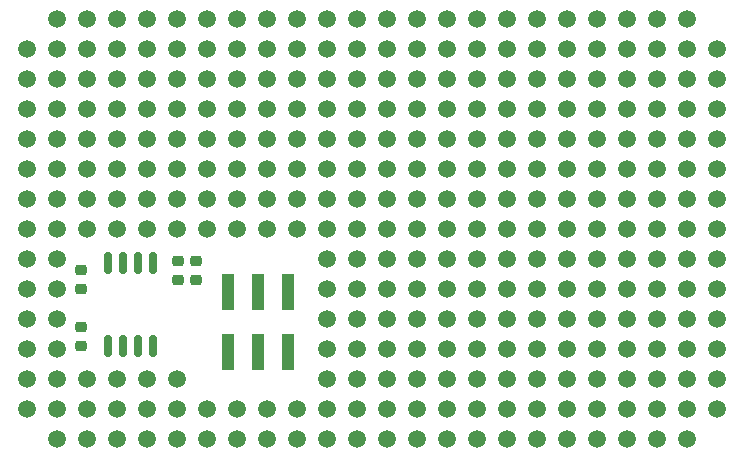
<source format=gbr>
%TF.GenerationSoftware,KiCad,Pcbnew,8.0.7*%
%TF.CreationDate,2025-01-17T21:34:44+01:00*%
%TF.ProjectId,SAO_HelloMyNameIs,53414f5f-4865-46c6-9c6f-4d794e616d65,rev?*%
%TF.SameCoordinates,Original*%
%TF.FileFunction,Soldermask,Bot*%
%TF.FilePolarity,Negative*%
%FSLAX46Y46*%
G04 Gerber Fmt 4.6, Leading zero omitted, Abs format (unit mm)*
G04 Created by KiCad (PCBNEW 8.0.7) date 2025-01-17 21:34:44*
%MOMM*%
%LPD*%
G01*
G04 APERTURE LIST*
G04 Aperture macros list*
%AMRoundRect*
0 Rectangle with rounded corners*
0 $1 Rounding radius*
0 $2 $3 $4 $5 $6 $7 $8 $9 X,Y pos of 4 corners*
0 Add a 4 corners polygon primitive as box body*
4,1,4,$2,$3,$4,$5,$6,$7,$8,$9,$2,$3,0*
0 Add four circle primitives for the rounded corners*
1,1,$1+$1,$2,$3*
1,1,$1+$1,$4,$5*
1,1,$1+$1,$6,$7*
1,1,$1+$1,$8,$9*
0 Add four rect primitives between the rounded corners*
20,1,$1+$1,$2,$3,$4,$5,0*
20,1,$1+$1,$4,$5,$6,$7,0*
20,1,$1+$1,$6,$7,$8,$9,0*
20,1,$1+$1,$8,$9,$2,$3,0*%
G04 Aperture macros list end*
%ADD10C,1.500000*%
%ADD11RoundRect,0.225000X-0.250000X0.225000X-0.250000X-0.225000X0.250000X-0.225000X0.250000X0.225000X0*%
%ADD12RoundRect,0.150000X0.150000X-0.800000X0.150000X0.800000X-0.150000X0.800000X-0.150000X-0.800000X0*%
%ADD13R,1.000000X3.150000*%
G04 APERTURE END LIST*
D10*
%TO.C,REF\u002A\u002A190*%
X103251000Y-99822000D03*
%TD*%
%TO.C,REF\u002A\u002A336*%
X138811000Y-82042000D03*
%TD*%
%TO.C,REF\u002A\u002A337*%
X141351000Y-82042000D03*
%TD*%
%TO.C,REF\u002A\u002A335*%
X136271000Y-82042000D03*
%TD*%
%TO.C,REF\u002A\u002A334*%
X133731000Y-82042000D03*
%TD*%
%TO.C,REF\u002A\u002A333*%
X131191000Y-82042000D03*
%TD*%
%TO.C,REF\u002A\u002A332*%
X128651000Y-82042000D03*
%TD*%
%TO.C,REF\u002A\u002A340*%
X148971000Y-82042000D03*
%TD*%
%TO.C,REF\u002A\u002A339*%
X146431000Y-82042000D03*
%TD*%
%TO.C,REF\u002A\u002A338*%
X143891000Y-82042000D03*
%TD*%
%TO.C,REF\u002A\u002A317*%
X126111000Y-82042000D03*
%TD*%
%TO.C,REF\u002A\u002A331*%
X90551000Y-82042000D03*
%TD*%
%TO.C,REF\u002A\u002A330*%
X93091000Y-82042000D03*
%TD*%
%TO.C,REF\u002A\u002A328*%
X98171000Y-82042000D03*
%TD*%
%TO.C,REF\u002A\u002A324*%
X108331000Y-82042000D03*
%TD*%
%TO.C,REF\u002A\u002A325*%
X105791000Y-82042000D03*
%TD*%
%TO.C,REF\u002A\u002A326*%
X103251000Y-82042000D03*
%TD*%
%TO.C,REF\u002A\u002A320*%
X118491000Y-82042000D03*
%TD*%
%TO.C,REF\u002A\u002A318*%
X123571000Y-82042000D03*
%TD*%
%TO.C,REF\u002A\u002A329*%
X95631000Y-82042000D03*
%TD*%
%TO.C,REF\u002A\u002A321*%
X115951000Y-82042000D03*
%TD*%
%TO.C,REF\u002A\u002A323*%
X110871000Y-82042000D03*
%TD*%
%TO.C,REF\u002A\u002A319*%
X121031000Y-82042000D03*
%TD*%
%TO.C,REF\u002A\u002A322*%
X113411000Y-82042000D03*
%TD*%
%TO.C,REF\u002A\u002A327*%
X100711000Y-82042000D03*
%TD*%
%TO.C,REF\u002A\u002A312*%
X138811000Y-79502000D03*
%TD*%
%TO.C,REF\u002A\u002A313*%
X141351000Y-79502000D03*
%TD*%
%TO.C,REF\u002A\u002A311*%
X136271000Y-79502000D03*
%TD*%
%TO.C,REF\u002A\u002A310*%
X133731000Y-79502000D03*
%TD*%
%TO.C,REF\u002A\u002A309*%
X131191000Y-79502000D03*
%TD*%
%TO.C,REF\u002A\u002A308*%
X128651000Y-79502000D03*
%TD*%
%TO.C,REF\u002A\u002A316*%
X148971000Y-79502000D03*
%TD*%
%TO.C,REF\u002A\u002A315*%
X146431000Y-79502000D03*
%TD*%
%TO.C,REF\u002A\u002A314*%
X143891000Y-79502000D03*
%TD*%
%TO.C,REF\u002A\u002A293*%
X126111000Y-79502000D03*
%TD*%
%TO.C,REF\u002A\u002A307*%
X90551000Y-79502000D03*
%TD*%
%TO.C,REF\u002A\u002A306*%
X93091000Y-79502000D03*
%TD*%
%TO.C,REF\u002A\u002A304*%
X98171000Y-79502000D03*
%TD*%
%TO.C,REF\u002A\u002A300*%
X108331000Y-79502000D03*
%TD*%
%TO.C,REF\u002A\u002A301*%
X105791000Y-79502000D03*
%TD*%
%TO.C,REF\u002A\u002A302*%
X103251000Y-79502000D03*
%TD*%
%TO.C,REF\u002A\u002A296*%
X118491000Y-79502000D03*
%TD*%
%TO.C,REF\u002A\u002A294*%
X123571000Y-79502000D03*
%TD*%
%TO.C,REF\u002A\u002A305*%
X95631000Y-79502000D03*
%TD*%
%TO.C,REF\u002A\u002A297*%
X115951000Y-79502000D03*
%TD*%
%TO.C,REF\u002A\u002A299*%
X110871000Y-79502000D03*
%TD*%
%TO.C,REF\u002A\u002A295*%
X121031000Y-79502000D03*
%TD*%
%TO.C,REF\u002A\u002A298*%
X113411000Y-79502000D03*
%TD*%
%TO.C,REF\u002A\u002A303*%
X100711000Y-79502000D03*
%TD*%
%TO.C,REF\u002A\u002A288*%
X138811000Y-76962000D03*
%TD*%
%TO.C,REF\u002A\u002A289*%
X141351000Y-76962000D03*
%TD*%
%TO.C,REF\u002A\u002A287*%
X136271000Y-76962000D03*
%TD*%
%TO.C,REF\u002A\u002A286*%
X133731000Y-76962000D03*
%TD*%
%TO.C,REF\u002A\u002A285*%
X131191000Y-76962000D03*
%TD*%
%TO.C,REF\u002A\u002A284*%
X128651000Y-76962000D03*
%TD*%
%TO.C,REF\u002A\u002A292*%
X148971000Y-76962000D03*
%TD*%
%TO.C,REF\u002A\u002A291*%
X146431000Y-76962000D03*
%TD*%
%TO.C,REF\u002A\u002A290*%
X143891000Y-76962000D03*
%TD*%
%TO.C,REF\u002A\u002A269*%
X126111000Y-76962000D03*
%TD*%
%TO.C,REF\u002A\u002A283*%
X90551000Y-76962000D03*
%TD*%
%TO.C,REF\u002A\u002A282*%
X93091000Y-76962000D03*
%TD*%
%TO.C,REF\u002A\u002A280*%
X98171000Y-76962000D03*
%TD*%
%TO.C,REF\u002A\u002A276*%
X108331000Y-76962000D03*
%TD*%
%TO.C,REF\u002A\u002A277*%
X105791000Y-76962000D03*
%TD*%
%TO.C,REF\u002A\u002A278*%
X103251000Y-76962000D03*
%TD*%
%TO.C,REF\u002A\u002A272*%
X118491000Y-76962000D03*
%TD*%
%TO.C,REF\u002A\u002A270*%
X123571000Y-76962000D03*
%TD*%
%TO.C,REF\u002A\u002A281*%
X95631000Y-76962000D03*
%TD*%
%TO.C,REF\u002A\u002A273*%
X115951000Y-76962000D03*
%TD*%
%TO.C,REF\u002A\u002A275*%
X110871000Y-76962000D03*
%TD*%
%TO.C,REF\u002A\u002A271*%
X121031000Y-76962000D03*
%TD*%
%TO.C,REF\u002A\u002A274*%
X113411000Y-76962000D03*
%TD*%
%TO.C,REF\u002A\u002A279*%
X100711000Y-76962000D03*
%TD*%
%TO.C,REF\u002A\u002A264*%
X138811000Y-74422000D03*
%TD*%
%TO.C,REF\u002A\u002A265*%
X141351000Y-74422000D03*
%TD*%
%TO.C,REF\u002A\u002A263*%
X136271000Y-74422000D03*
%TD*%
%TO.C,REF\u002A\u002A262*%
X133731000Y-74422000D03*
%TD*%
%TO.C,REF\u002A\u002A261*%
X131191000Y-74422000D03*
%TD*%
%TO.C,REF\u002A\u002A260*%
X128651000Y-74422000D03*
%TD*%
%TO.C,REF\u002A\u002A268*%
X148971000Y-74422000D03*
%TD*%
%TO.C,REF\u002A\u002A267*%
X146431000Y-74422000D03*
%TD*%
%TO.C,REF\u002A\u002A266*%
X143891000Y-74422000D03*
%TD*%
%TO.C,REF\u002A\u002A203*%
X126111000Y-74422000D03*
%TD*%
%TO.C,REF\u002A\u002A259*%
X90551000Y-74422000D03*
%TD*%
%TO.C,REF\u002A\u002A258*%
X93091000Y-74422000D03*
%TD*%
%TO.C,REF\u002A\u002A238*%
X98171000Y-74422000D03*
%TD*%
%TO.C,REF\u002A\u002A234*%
X108331000Y-74422000D03*
%TD*%
%TO.C,REF\u002A\u002A235*%
X105791000Y-74422000D03*
%TD*%
%TO.C,REF\u002A\u002A236*%
X103251000Y-74422000D03*
%TD*%
%TO.C,REF\u002A\u002A206*%
X118491000Y-74422000D03*
%TD*%
%TO.C,REF\u002A\u002A204*%
X123571000Y-74422000D03*
%TD*%
%TO.C,REF\u002A\u002A239*%
X95631000Y-74422000D03*
%TD*%
%TO.C,REF\u002A\u002A207*%
X115951000Y-74422000D03*
%TD*%
%TO.C,REF\u002A\u002A209*%
X110871000Y-74422000D03*
%TD*%
%TO.C,REF\u002A\u002A205*%
X121031000Y-74422000D03*
%TD*%
%TO.C,REF\u002A\u002A208*%
X113411000Y-74422000D03*
%TD*%
%TO.C,REF\u002A\u002A237*%
X100711000Y-74422000D03*
%TD*%
%TO.C,REF\u002A\u002A179*%
X138811000Y-71882000D03*
%TD*%
%TO.C,REF\u002A\u002A199*%
X141351000Y-71882000D03*
%TD*%
%TO.C,REF\u002A\u002A178*%
X136271000Y-71882000D03*
%TD*%
%TO.C,REF\u002A\u002A177*%
X133731000Y-71882000D03*
%TD*%
%TO.C,REF\u002A\u002A176*%
X131191000Y-71882000D03*
%TD*%
%TO.C,REF\u002A\u002A175*%
X128651000Y-71882000D03*
%TD*%
%TO.C,REF\u002A\u002A202*%
X148971000Y-71882000D03*
%TD*%
%TO.C,REF\u002A\u002A201*%
X146431000Y-71882000D03*
%TD*%
%TO.C,REF\u002A\u002A200*%
X143891000Y-71882000D03*
%TD*%
%TO.C,REF\u002A\u002A144*%
X126111000Y-71882000D03*
%TD*%
%TO.C,REF\u002A\u002A174*%
X90551000Y-71882000D03*
%TD*%
%TO.C,REF\u002A\u002A173*%
X93091000Y-71882000D03*
%TD*%
%TO.C,REF\u002A\u002A171*%
X98171000Y-71882000D03*
%TD*%
%TO.C,REF\u002A\u002A167*%
X108331000Y-71882000D03*
%TD*%
%TO.C,REF\u002A\u002A168*%
X105791000Y-71882000D03*
%TD*%
%TO.C,REF\u002A\u002A169*%
X103251000Y-71882000D03*
%TD*%
%TO.C,REF\u002A\u002A147*%
X118491000Y-71882000D03*
%TD*%
%TO.C,REF\u002A\u002A145*%
X123571000Y-71882000D03*
%TD*%
%TO.C,REF\u002A\u002A172*%
X95631000Y-71882000D03*
%TD*%
%TO.C,REF\u002A\u002A148*%
X115951000Y-71882000D03*
%TD*%
%TO.C,REF\u002A\u002A166*%
X110871000Y-71882000D03*
%TD*%
%TO.C,REF\u002A\u002A146*%
X121031000Y-71882000D03*
%TD*%
%TO.C,REF\u002A\u002A149*%
X113411000Y-71882000D03*
%TD*%
%TO.C,REF\u002A\u002A170*%
X100711000Y-71882000D03*
%TD*%
%TO.C,REF\u002A\u002A139*%
X138811000Y-69342000D03*
%TD*%
%TO.C,REF\u002A\u002A140*%
X141351000Y-69342000D03*
%TD*%
%TO.C,REF\u002A\u002A138*%
X136271000Y-69342000D03*
%TD*%
%TO.C,REF\u002A\u002A137*%
X133731000Y-69342000D03*
%TD*%
%TO.C,REF\u002A\u002A136*%
X131191000Y-69342000D03*
%TD*%
%TO.C,REF\u002A\u002A119*%
X128651000Y-69342000D03*
%TD*%
%TO.C,REF\u002A\u002A142*%
X146431000Y-69342000D03*
%TD*%
%TO.C,REF\u002A\u002A141*%
X143891000Y-69342000D03*
%TD*%
%TO.C,REF\u002A\u002A88*%
X126111000Y-69342000D03*
%TD*%
%TO.C,REF\u002A\u002A117*%
X93091000Y-69342000D03*
%TD*%
%TO.C,REF\u002A\u002A115*%
X98171000Y-69342000D03*
%TD*%
%TO.C,REF\u002A\u002A111*%
X108331000Y-69342000D03*
%TD*%
%TO.C,REF\u002A\u002A112*%
X105791000Y-69342000D03*
%TD*%
%TO.C,REF\u002A\u002A113*%
X103251000Y-69342000D03*
%TD*%
%TO.C,REF\u002A\u002A107*%
X118491000Y-69342000D03*
%TD*%
%TO.C,REF\u002A\u002A89*%
X123571000Y-69342000D03*
%TD*%
%TO.C,REF\u002A\u002A116*%
X95631000Y-69342000D03*
%TD*%
%TO.C,REF\u002A\u002A108*%
X115951000Y-69342000D03*
%TD*%
%TO.C,REF\u002A\u002A110*%
X110871000Y-69342000D03*
%TD*%
%TO.C,REF\u002A\u002A106*%
X121031000Y-69342000D03*
%TD*%
%TO.C,REF\u002A\u002A109*%
X113411000Y-69342000D03*
%TD*%
%TO.C,REF\u002A\u002A114*%
X100711000Y-69342000D03*
%TD*%
%TO.C,REF\u002A\u002A233*%
X148971000Y-102362000D03*
%TD*%
%TO.C,REF\u002A\u002A198*%
X148971000Y-99822000D03*
%TD*%
%TO.C,REF\u002A\u002A165*%
X148971000Y-97282000D03*
%TD*%
%TO.C,REF\u002A\u002A23*%
X148971000Y-84582000D03*
%TD*%
%TO.C,REF\u002A\u002A135*%
X148971000Y-94742000D03*
%TD*%
%TO.C,REF\u002A\u002A105*%
X148971000Y-92202000D03*
%TD*%
%TO.C,REF\u002A\u002A75*%
X148971000Y-89662000D03*
%TD*%
%TO.C,REF\u002A\u002A53*%
X148971000Y-87122000D03*
%TD*%
%TO.C,REF\u002A\u002A232*%
X146431000Y-102362000D03*
%TD*%
%TO.C,REF\u002A\u002A197*%
X146431000Y-99822000D03*
%TD*%
%TO.C,REF\u002A\u002A162*%
X146431000Y-97282000D03*
%TD*%
%TO.C,REF\u002A\u002A256*%
X146431000Y-104902000D03*
%TD*%
%TO.C,REF\u002A\u002A22*%
X146431000Y-84582000D03*
%TD*%
%TO.C,REF\u002A\u002A132*%
X146431000Y-94742000D03*
%TD*%
%TO.C,REF\u002A\u002A102*%
X146431000Y-92202000D03*
%TD*%
%TO.C,REF\u002A\u002A72*%
X146431000Y-89662000D03*
%TD*%
%TO.C,REF\u002A\u002A52*%
X146431000Y-87122000D03*
%TD*%
%TO.C,REF\u002A\u002A231*%
X143891000Y-102362000D03*
%TD*%
%TO.C,REF\u002A\u002A196*%
X143891000Y-99822000D03*
%TD*%
%TO.C,REF\u002A\u002A161*%
X143891000Y-97282000D03*
%TD*%
%TO.C,REF\u002A\u002A255*%
X143891000Y-104902000D03*
%TD*%
%TO.C,REF\u002A\u002A21*%
X143891000Y-84582000D03*
%TD*%
%TO.C,REF\u002A\u002A131*%
X143891000Y-94742000D03*
%TD*%
%TO.C,REF\u002A\u002A101*%
X143891000Y-92202000D03*
%TD*%
%TO.C,REF\u002A\u002A71*%
X143891000Y-89662000D03*
%TD*%
%TO.C,REF\u002A\u002A51*%
X143891000Y-87122000D03*
%TD*%
%TO.C,REF\u002A\u002A230*%
X141351000Y-102362000D03*
%TD*%
%TO.C,REF\u002A\u002A195*%
X141351000Y-99822000D03*
%TD*%
%TO.C,REF\u002A\u002A160*%
X141351000Y-97282000D03*
%TD*%
%TO.C,REF\u002A\u002A252*%
X141351000Y-104902000D03*
%TD*%
%TO.C,REF\u002A\u002A20*%
X141351000Y-84582000D03*
%TD*%
%TO.C,REF\u002A\u002A130*%
X141351000Y-94742000D03*
%TD*%
%TO.C,REF\u002A\u002A100*%
X141351000Y-92202000D03*
%TD*%
%TO.C,REF\u002A\u002A70*%
X141351000Y-89662000D03*
%TD*%
%TO.C,REF\u002A\u002A50*%
X141351000Y-87122000D03*
%TD*%
%TO.C,REF\u002A\u002A229*%
X138811000Y-102362000D03*
%TD*%
%TO.C,REF\u002A\u002A189*%
X138811000Y-99822000D03*
%TD*%
%TO.C,REF\u002A\u002A159*%
X138811000Y-97282000D03*
%TD*%
%TO.C,REF\u002A\u002A251*%
X138811000Y-104902000D03*
%TD*%
%TO.C,REF\u002A\u002A19*%
X138811000Y-84582000D03*
%TD*%
%TO.C,REF\u002A\u002A129*%
X138811000Y-94742000D03*
%TD*%
%TO.C,REF\u002A\u002A99*%
X138811000Y-92202000D03*
%TD*%
%TO.C,REF\u002A\u002A69*%
X138811000Y-89662000D03*
%TD*%
%TO.C,REF\u002A\u002A49*%
X138811000Y-87122000D03*
%TD*%
%TO.C,REF\u002A\u002A228*%
X136271000Y-102362000D03*
%TD*%
%TO.C,REF\u002A\u002A188*%
X136271000Y-99822000D03*
%TD*%
%TO.C,REF\u002A\u002A158*%
X136271000Y-97282000D03*
%TD*%
%TO.C,REF\u002A\u002A250*%
X136271000Y-104902000D03*
%TD*%
%TO.C,REF\u002A\u002A18*%
X136271000Y-84582000D03*
%TD*%
%TO.C,REF\u002A\u002A128*%
X136271000Y-94742000D03*
%TD*%
%TO.C,REF\u002A\u002A98*%
X136271000Y-92202000D03*
%TD*%
%TO.C,REF\u002A\u002A68*%
X136271000Y-89662000D03*
%TD*%
%TO.C,REF\u002A\u002A48*%
X136271000Y-87122000D03*
%TD*%
%TO.C,REF\u002A\u002A227*%
X133731000Y-102362000D03*
%TD*%
%TO.C,REF\u002A\u002A187*%
X133731000Y-99822000D03*
%TD*%
%TO.C,REF\u002A\u002A157*%
X133731000Y-97282000D03*
%TD*%
%TO.C,REF\u002A\u002A249*%
X133731000Y-104902000D03*
%TD*%
%TO.C,REF\u002A\u002A17*%
X133731000Y-84582000D03*
%TD*%
%TO.C,REF\u002A\u002A127*%
X133731000Y-94742000D03*
%TD*%
%TO.C,REF\u002A\u002A97*%
X133731000Y-92202000D03*
%TD*%
%TO.C,REF\u002A\u002A67*%
X133731000Y-89662000D03*
%TD*%
%TO.C,REF\u002A\u002A47*%
X133731000Y-87122000D03*
%TD*%
%TO.C,REF\u002A\u002A226*%
X131191000Y-102362000D03*
%TD*%
%TO.C,REF\u002A\u002A186*%
X131191000Y-99822000D03*
%TD*%
%TO.C,REF\u002A\u002A156*%
X131191000Y-97282000D03*
%TD*%
%TO.C,REF\u002A\u002A248*%
X131191000Y-104902000D03*
%TD*%
%TO.C,REF\u002A\u002A16*%
X131191000Y-84582000D03*
%TD*%
%TO.C,REF\u002A\u002A126*%
X131191000Y-94742000D03*
%TD*%
%TO.C,REF\u002A\u002A96*%
X131191000Y-92202000D03*
%TD*%
%TO.C,REF\u002A\u002A66*%
X131191000Y-89662000D03*
%TD*%
%TO.C,REF\u002A\u002A46*%
X131191000Y-87122000D03*
%TD*%
%TO.C,REF\u002A\u002A225*%
X128651000Y-102362000D03*
%TD*%
%TO.C,REF\u002A\u002A185*%
X128651000Y-99822000D03*
%TD*%
%TO.C,REF\u002A\u002A155*%
X128651000Y-97282000D03*
%TD*%
%TO.C,REF\u002A\u002A247*%
X128651000Y-104902000D03*
%TD*%
%TO.C,REF\u002A\u002A15*%
X128651000Y-84582000D03*
%TD*%
%TO.C,REF\u002A\u002A125*%
X128651000Y-94742000D03*
%TD*%
%TO.C,REF\u002A\u002A95*%
X128651000Y-92202000D03*
%TD*%
%TO.C,REF\u002A\u002A65*%
X128651000Y-89662000D03*
%TD*%
%TO.C,REF\u002A\u002A45*%
X128651000Y-87122000D03*
%TD*%
%TO.C,*%
X98196400Y-104851200D03*
%TD*%
%TO.C,*%
X95656400Y-104851200D03*
%TD*%
%TO.C,*%
X108356400Y-104851200D03*
%TD*%
%TO.C,*%
X105816400Y-104851200D03*
%TD*%
%TO.C,*%
X103276400Y-104851200D03*
%TD*%
%TO.C,*%
X100736400Y-104851200D03*
%TD*%
D11*
%TO.C,REF\u002A\u002A*%
X95148400Y-96990200D03*
X95148400Y-95440200D03*
%TD*%
%TO.C,REF\u002A\u002A*%
X95148400Y-92164200D03*
X95148400Y-90614200D03*
%TD*%
%TO.C,REF\u002A\u002A*%
X103403400Y-91402200D03*
X103403400Y-89852200D03*
%TD*%
%TO.C,REF\u002A\u002A*%
X104927400Y-91402200D03*
X104927400Y-89852200D03*
%TD*%
D12*
%TO.C,IC*%
X101219000Y-96972000D03*
X99949000Y-96972000D03*
X98679000Y-96972000D03*
X97409000Y-96972000D03*
X97409000Y-89972000D03*
X98679000Y-89972000D03*
X99949000Y-89972000D03*
X101219000Y-89972000D03*
%TD*%
D10*
%TO.C,REF\u002A\u002A253*%
X93091000Y-104902000D03*
%TD*%
%TO.C,REF\u002A\u002A246*%
X110871000Y-104902000D03*
%TD*%
%TO.C,REF\u002A\u002A245*%
X113411000Y-104902000D03*
%TD*%
%TO.C,REF\u002A\u002A244*%
X115951000Y-104902000D03*
%TD*%
%TO.C,REF\u002A\u002A243*%
X118491000Y-104902000D03*
%TD*%
%TO.C,REF\u002A\u002A242*%
X121031000Y-104902000D03*
%TD*%
%TO.C,REF\u002A\u002A241*%
X123571000Y-104902000D03*
%TD*%
%TO.C,REF\u002A\u002A240*%
X126111000Y-104902000D03*
%TD*%
%TO.C,REF\u002A\u002A224*%
X90551000Y-102362000D03*
%TD*%
%TO.C,REF\u002A\u002A223*%
X93091000Y-102362000D03*
%TD*%
%TO.C,REF\u002A\u002A222*%
X95631000Y-102362000D03*
%TD*%
%TO.C,REF\u002A\u002A221*%
X98171000Y-102362000D03*
%TD*%
%TO.C,REF\u002A\u002A220*%
X100711000Y-102362000D03*
%TD*%
%TO.C,REF\u002A\u002A219*%
X103251000Y-102362000D03*
%TD*%
%TO.C,REF\u002A\u002A218*%
X105791000Y-102362000D03*
%TD*%
%TO.C,REF\u002A\u002A217*%
X108331000Y-102362000D03*
%TD*%
%TO.C,REF\u002A\u002A216*%
X110871000Y-102362000D03*
%TD*%
%TO.C,REF\u002A\u002A215*%
X113411000Y-102362000D03*
%TD*%
%TO.C,REF\u002A\u002A214*%
X115951000Y-102362000D03*
%TD*%
%TO.C,REF\u002A\u002A213*%
X118491000Y-102362000D03*
%TD*%
%TO.C,REF\u002A\u002A212*%
X121031000Y-102362000D03*
%TD*%
%TO.C,REF\u002A\u002A211*%
X123571000Y-102362000D03*
%TD*%
%TO.C,REF\u002A\u002A210*%
X126111000Y-102362000D03*
%TD*%
%TO.C,REF\u002A\u002A194*%
X90551000Y-99822000D03*
%TD*%
%TO.C,REF\u002A\u002A193*%
X93091000Y-99822000D03*
%TD*%
%TO.C,REF\u002A\u002A192*%
X95631000Y-99822000D03*
%TD*%
%TO.C,REF\u002A\u002A191*%
X98171000Y-99822000D03*
%TD*%
%TO.C,REF\u002A\u002A190*%
X100711000Y-99822000D03*
%TD*%
%TO.C,REF\u002A\u002A184*%
X115951000Y-99822000D03*
%TD*%
%TO.C,REF\u002A\u002A183*%
X118491000Y-99822000D03*
%TD*%
%TO.C,REF\u002A\u002A182*%
X121031000Y-99822000D03*
%TD*%
%TO.C,REF\u002A\u002A181*%
X123571000Y-99822000D03*
%TD*%
%TO.C,REF\u002A\u002A180*%
X126111000Y-99822000D03*
%TD*%
%TO.C,REF\u002A\u002A164*%
X90551000Y-97282000D03*
%TD*%
%TO.C,REF\u002A\u002A154*%
X115951000Y-97282000D03*
%TD*%
%TO.C,REF\u002A\u002A153*%
X118491000Y-97282000D03*
%TD*%
%TO.C,REF\u002A\u002A152*%
X121031000Y-97282000D03*
%TD*%
%TO.C,REF\u002A\u002A151*%
X123571000Y-97282000D03*
%TD*%
%TO.C,REF\u002A\u002A150*%
X126111000Y-97282000D03*
%TD*%
%TO.C,REF\u002A\u002A134*%
X90551000Y-94742000D03*
%TD*%
%TO.C,REF\u002A\u002A124*%
X115951000Y-94742000D03*
%TD*%
%TO.C,REF\u002A\u002A123*%
X118491000Y-94742000D03*
%TD*%
%TO.C,REF\u002A\u002A122*%
X121031000Y-94742000D03*
%TD*%
%TO.C,REF\u002A\u002A121*%
X123571000Y-94742000D03*
%TD*%
%TO.C,REF\u002A\u002A120*%
X126111000Y-94742000D03*
%TD*%
%TO.C,REF\u002A\u002A104*%
X90551000Y-92202000D03*
%TD*%
%TO.C,REF\u002A\u002A94*%
X115951000Y-92202000D03*
%TD*%
%TO.C,REF\u002A\u002A93*%
X118491000Y-92202000D03*
%TD*%
%TO.C,REF\u002A\u002A92*%
X121031000Y-92202000D03*
%TD*%
%TO.C,REF\u002A\u002A91*%
X123571000Y-92202000D03*
%TD*%
%TO.C,REF\u002A\u002A90*%
X126111000Y-92202000D03*
%TD*%
%TO.C,REF\u002A\u002A74*%
X90551000Y-89662000D03*
%TD*%
%TO.C,REF\u002A\u002A64*%
X115951000Y-89662000D03*
%TD*%
%TO.C,REF\u002A\u002A63*%
X118491000Y-89662000D03*
%TD*%
%TO.C,REF\u002A\u002A62*%
X121031000Y-89662000D03*
%TD*%
%TO.C,REF\u002A\u002A61*%
X123571000Y-89662000D03*
%TD*%
%TO.C,REF\u002A\u002A60*%
X126111000Y-89662000D03*
%TD*%
%TO.C,REF\u002A\u002A44*%
X90551000Y-87122000D03*
%TD*%
%TO.C,REF\u002A\u002A43*%
X93091000Y-87122000D03*
%TD*%
%TO.C,REF\u002A\u002A42*%
X95631000Y-87122000D03*
%TD*%
%TO.C,REF\u002A\u002A41*%
X98171000Y-87122000D03*
%TD*%
%TO.C,REF\u002A\u002A40*%
X100711000Y-87122000D03*
%TD*%
%TO.C,REF\u002A\u002A39*%
X103251000Y-87122000D03*
%TD*%
%TO.C,REF\u002A\u002A38*%
X105791000Y-87122000D03*
%TD*%
%TO.C,REF\u002A\u002A37*%
X108331000Y-87122000D03*
%TD*%
%TO.C,REF\u002A\u002A36*%
X110871000Y-87122000D03*
%TD*%
%TO.C,REF\u002A\u002A35*%
X113411000Y-87122000D03*
%TD*%
%TO.C,REF\u002A\u002A34*%
X115951000Y-87122000D03*
%TD*%
%TO.C,REF\u002A\u002A33*%
X118491000Y-87122000D03*
%TD*%
%TO.C,REF\u002A\u002A32*%
X121031000Y-87122000D03*
%TD*%
%TO.C,REF\u002A\u002A31*%
X123571000Y-87122000D03*
%TD*%
%TO.C,REF\u002A\u002A30*%
X126111000Y-87122000D03*
%TD*%
%TO.C,REF\u002A\u002A14*%
X90551000Y-84582000D03*
%TD*%
%TO.C,REF\u002A\u002A13*%
X93091000Y-84582000D03*
%TD*%
%TO.C,REF\u002A\u002A12*%
X95631000Y-84582000D03*
%TD*%
%TO.C,REF\u002A\u002A11*%
X98171000Y-84582000D03*
%TD*%
%TO.C,REF\u002A\u002A10*%
X100711000Y-84582000D03*
%TD*%
%TO.C,REF\u002A\u002A9*%
X103251000Y-84582000D03*
%TD*%
%TO.C,REF\u002A\u002A8*%
X105791000Y-84582000D03*
%TD*%
%TO.C,REF\u002A\u002A7*%
X108331000Y-84582000D03*
%TD*%
%TO.C,REF\u002A\u002A6*%
X110871000Y-84582000D03*
%TD*%
%TO.C,REF\u002A\u002A5*%
X113411000Y-84582000D03*
%TD*%
%TO.C,REF\u002A\u002A4*%
X115951000Y-84582000D03*
%TD*%
%TO.C,REF\u002A\u002A3*%
X118491000Y-84582000D03*
%TD*%
%TO.C,REF\u002A\u002A2*%
X121031000Y-84582000D03*
%TD*%
%TO.C,REF\u002A\u002A1*%
X123571000Y-84582000D03*
%TD*%
%TO.C,REF\u002A\u002A*%
X126111000Y-84582000D03*
%TD*%
D13*
%TO.C,SAO*%
X107594400Y-92435200D03*
X107594400Y-97485200D03*
X110134400Y-92435200D03*
X110134400Y-97485200D03*
X112674400Y-92435200D03*
X112674400Y-97485200D03*
%TD*%
D10*
%TO.C,REF\u002A\u002A133*%
X93091000Y-94742000D03*
%TD*%
%TO.C,REF\u002A\u002A103*%
X93091000Y-92202000D03*
%TD*%
%TO.C,REF\u002A\u002A73*%
X93091000Y-89662000D03*
%TD*%
%TO.C,REF\u002A\u002A163*%
X93091000Y-97282000D03*
%TD*%
M02*

</source>
